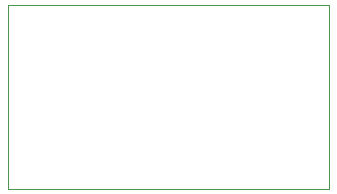
<source format=gbr>
%TF.GenerationSoftware,KiCad,Pcbnew,9.0.0*%
%TF.CreationDate,2025-04-15T14:49:33-07:00*%
%TF.ProjectId,LEDBoardBasic,4c454442-6f61-4726-9442-617369632e6b,rev?*%
%TF.SameCoordinates,Original*%
%TF.FileFunction,Profile,NP*%
%FSLAX46Y46*%
G04 Gerber Fmt 4.6, Leading zero omitted, Abs format (unit mm)*
G04 Created by KiCad (PCBNEW 9.0.0) date 2025-04-15 14:49:33*
%MOMM*%
%LPD*%
G01*
G04 APERTURE LIST*
%TA.AperFunction,Profile*%
%ADD10C,0.050000*%
%TD*%
G04 APERTURE END LIST*
D10*
X125964021Y-89276359D02*
X153142021Y-89276359D01*
X153142021Y-104897359D01*
X125964021Y-104897359D01*
X125964021Y-89276359D01*
M02*

</source>
